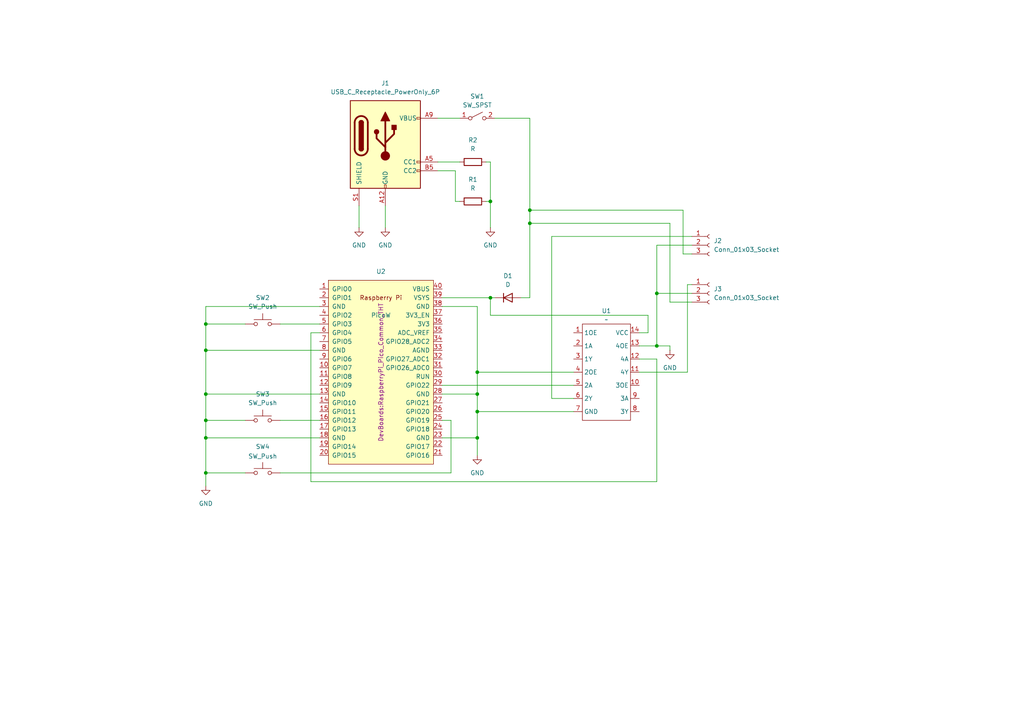
<source format=kicad_sch>
(kicad_sch (version 20250114) (generator "eeschema") (generator_version "9.0")
  (paper "A4")
  (lib_symbols
    (symbol "Connector:Conn_01x03_Socket" (pin_names (offset 1.016) (hide yes))
      (property "Reference" "J" (at 0 5.08 0))
      (property "Value" "Conn_01x03_Socket" (at 0 -5.08 0))
      (symbol "Conn_01x03_Socket_1_1"
        (polyline (pts (xy -1.27 2.54) (xy -0.508 2.54)) (stroke (width 0.1524)))
        (polyline (pts (xy -1.27 0) (xy -0.508 0)) (stroke (width 0.1524)))
        (polyline (pts (xy -1.27 -2.54) (xy -0.508 -2.54)) (stroke (width 0.1524)))
        (arc (start 0 2.032) (mid -0.5058 2.54) (end 0 3.048) (stroke (width 0.1524)))
        (arc (start 0 -0.508) (mid -0.5058 0) (end 0 0.508) (stroke (width 0.1524)))
        (arc (start 0 -3.048) (mid -0.5058 -2.54) (end 0 -2.032) (stroke (width 0.1524)))
        (pin passive line (at -5.08 2.54 0) (length 3.81) (name "Pin_1") (number "1"))
        (pin passive line (at -5.08 0 0) (length 3.81) (name "Pin_2") (number "2"))
        (pin passive line (at -5.08 -2.54 0) (length 3.81) (name "Pin_3") (number "3"))
      )
    )
    (symbol "Connector:USB_C_Receptacle_PowerOnly_6P" (pin_names (offset 1.016))
      (property "Reference" "J" (at 0 16.51 0))
      (property "Value" "USB_C_Receptacle_PowerOnly_6P" (at 0 13.97 0))
      (symbol "USB_C_Receptacle_PowerOnly_6P_0_0"
        (rectangle (start -0.254 -12.7) (end 0.254 -11.684))
        (rectangle (start 10.16 7.874) (end 9.144 7.366))
        (rectangle (start 10.16 -4.826) (end 9.144 -5.334))
        (rectangle (start 10.16 -7.366) (end 9.144 -7.874))
      )
      (symbol "USB_C_Receptacle_PowerOnly_6P_0_1"
        (rectangle (start -10.16 12.7) (end 10.16 -12.7) (stroke (width 0.254)) (fill (type background)))
        (polyline (pts (xy -8.89 -1.27) (xy -8.89 6.35)) (stroke (width 0.508)))
        (rectangle (start -7.62 -1.27) (end -6.35 6.35) (stroke (width 0.254)) (fill (type outline)))
        (arc (start -7.62 6.35) (mid -6.985 6.9823) (end -6.35 6.35) (stroke (width 0.254)))
        (arc (start -7.62 6.35) (mid -6.985 6.9823) (end -6.35 6.35) (stroke (width 0.254)) (fill (type outline)))
        (arc (start -8.89 6.35) (mid -6.985 8.2467) (end -5.08 6.35) (stroke (width 0.508)))
        (arc (start -5.08 -1.27) (mid -6.985 -3.1667) (end -8.89 -1.27) (stroke (width 0.508)))
        (arc (start -6.35 -1.27) (mid -6.985 -1.9023) (end -7.62 -1.27) (stroke (width 0.254)))
        (arc (start -6.35 -1.27) (mid -6.985 -1.9023) (end -7.62 -1.27) (stroke (width 0.254)) (fill (type outline)))
        (polyline (pts (xy -5.08 6.35) (xy -5.08 -1.27)) (stroke (width 0.508)))
        (circle (center -2.54 3.683) (radius 0.635) (stroke (width 0.254)) (fill (type outline)))
        (polyline (pts (xy -1.27 6.858) (xy 0 9.398) (xy 1.27 6.858) (xy -1.27 6.858)) (stroke (width 0.254)) (fill (type outline)))
        (polyline (pts (xy 0 0.508) (xy 2.54 3.048) (xy 2.54 4.318)) (stroke (width 0.508)))
        (polyline (pts (xy 0 -0.762) (xy -2.54 1.778) (xy -2.54 3.048)) (stroke (width 0.508)))
        (polyline (pts (xy 0 -3.302) (xy 0 6.858)) (stroke (width 0.508)))
        (circle (center 0 -3.302) (radius 1.27) (fill (type outline)))
        (rectangle (start 1.905 4.318) (end 3.175 5.588) (stroke (width 0.254)) (fill (type outline)))
      )
      (symbol "USB_C_Receptacle_PowerOnly_6P_1_1"
        (pin passive line (at -7.62 -17.78 90) (length 5.08) (name "SHIELD") (number "S1"))
        (pin passive line (at 0 -17.78 90) (length 5.08) (name "GND") (number "A12"))
        (pin passive line (at 0 -17.78 90) (length 5.08) (hide yes) (name "GND") (number "B12"))
        (pin passive line (at 15.24 7.62 180) (length 5.08) (name "VBUS") (number "A9"))
        (pin passive line (at 15.24 7.62 180) (length 5.08) (hide yes) (name "VBUS") (number "B9"))
        (pin bidirectional line (at 15.24 -5.08 180) (length 5.08) (name "CC1") (number "A5"))
        (pin bidirectional line (at 15.24 -7.62 180) (length 5.08) (name "CC2") (number "B5"))
      )
    )
    (symbol "Device:D" (pin_numbers (hide yes)) (pin_names (offset 1.016) (hide yes))
      (property "Reference" "D" (at 0 2.54 0))
      (property "Value" "D" (at 0 -2.54 0))
      (symbol "D_0_1"
        (polyline (pts (xy -1.27 1.27) (xy -1.27 -1.27)) (stroke (width 0.254)))
        (polyline (pts (xy 1.27 1.27) (xy 1.27 -1.27) (xy -1.27 0) (xy 1.27 1.27)) (stroke (width 0.254)))
        (polyline (pts (xy 1.27 0) (xy -1.27 0)))
      )
      (symbol "D_1_1"
        (pin passive line (at -3.81 0 0) (length 2.54) (name "K") (number "1"))
        (pin passive line (at 3.81 0 180) (length 2.54) (name "A") (number "2"))
      )
    )
    (symbol "Device:R" (pin_numbers (hide yes)) (pin_names (offset 0))
      (property "Reference" "R" (at 2.032 0 90))
      (property "Value" "R" (at 0 0 90))
      (symbol "R_0_1"
        (rectangle (start -1.016 -2.54) (end 1.016 2.54) (stroke (width 0.254)))
      )
      (symbol "R_1_1"
        (pin passive line (at 0 3.81 270) (length 1.27) (name "~") (number "1"))
        (pin passive line (at 0 -3.81 90) (length 1.27) (name "~") (number "2"))
      )
    )
    (symbol "RPi_Pico:PicoW" (pin_names (offset 1.016))
      (property "Reference" "U2" (at 0 29.21 0))
      (property "Value" "PicoW" (at 0 16.51 0))
      (symbol "PicoW_0_0"
        (text "Raspberry Pi" (at 0 21.59 0) (effects (font (size 1.27 1.27))))
      )
      (symbol "PicoW_0_1"
        (rectangle (start -15.24 26.67) (end 15.24 -26.67) (fill (type background)))
      )
      (symbol "PicoW_1_1"
        (pin bidirectional line (at -17.78 24.13 0) (length 2.54) (name "GPIO0") (number "1"))
        (pin bidirectional line (at -17.78 21.59 0) (length 2.54) (name "GPIO1") (number "2"))
        (pin power_in line (at -17.78 19.05 0) (length 2.54) (name "GND") (number "3"))
        (pin bidirectional line (at -17.78 16.51 0) (length 2.54) (name "GPIO2") (number "4"))
        (pin bidirectional line (at -17.78 13.97 0) (length 2.54) (name "GPIO3") (number "5"))
        (pin bidirectional line (at -17.78 11.43 0) (length 2.54) (name "GPIO4") (number "6"))
        (pin bidirectional line (at -17.78 8.89 0) (length 2.54) (name "GPIO5") (number "7"))
        (pin power_in line (at -17.78 6.35 0) (length 2.54) (name "GND") (number "8"))
        (pin bidirectional line (at -17.78 3.81 0) (length 2.54) (name "GPIO6") (number "9"))
        (pin bidirectional line (at -17.78 1.27 0) (length 2.54) (name "GPIO7") (number "10"))
        (pin bidirectional line (at -17.78 -1.27 0) (length 2.54) (name "GPIO8") (number "11"))
        (pin bidirectional line (at -17.78 -3.81 0) (length 2.54) (name "GPIO9") (number "12"))
        (pin power_in line (at -17.78 -6.35 0) (length 2.54) (name "GND") (number "13"))
        (pin bidirectional line (at -17.78 -8.89 0) (length 2.54) (name "GPIO10") (number "14"))
        (pin bidirectional line (at -17.78 -11.43 0) (length 2.54) (name "GPIO11") (number "15"))
        (pin bidirectional line (at -17.78 -13.97 0) (length 2.54) (name "GPIO12") (number "16"))
        (pin bidirectional line (at -17.78 -16.51 0) (length 2.54) (name "GPIO13") (number "17"))
        (pin power_in line (at -17.78 -19.05 0) (length 2.54) (name "GND") (number "18"))
        (pin bidirectional line (at -17.78 -21.59 0) (length 2.54) (name "GPIO14") (number "19"))
        (pin bidirectional line (at -17.78 -24.13 0) (length 2.54) (name "GPIO15") (number "20"))
        (pin unspecified line (at 17.78 24.13 180) (length 2.54) (name "VBUS") (number "40"))
        (pin unspecified line (at 17.78 21.59 180) (length 2.54) (name "VSYS") (number "39"))
        (pin bidirectional line (at 17.78 19.05 180) (length 2.54) (name "GND") (number "38"))
        (pin input line (at 17.78 16.51 180) (length 2.54) (name "3V3_EN") (number "37"))
        (pin unspecified line (at 17.78 13.97 180) (length 2.54) (name "3V3") (number "36"))
        (pin unspecified line (at 17.78 11.43 180) (length 2.54) (name "ADC_VREF") (number "35"))
        (pin bidirectional line (at 17.78 8.89 180) (length 2.54) (name "GPIO28_ADC2") (number "34"))
        (pin power_in line (at 17.78 6.35 180) (length 2.54) (name "AGND") (number "33"))
        (pin bidirectional line (at 17.78 3.81 180) (length 2.54) (name "GPIO27_ADC1") (number "32"))
        (pin bidirectional line (at 17.78 1.27 180) (length 2.54) (name "GPIO26_ADC0") (number "31"))
        (pin input line (at 17.78 -1.27 180) (length 2.54) (name "RUN") (number "30"))
        (pin bidirectional line (at 17.78 -3.81 180) (length 2.54) (name "GPIO22") (number "29"))
        (pin power_in line (at 17.78 -6.35 180) (length 2.54) (name "GND") (number "28"))
        (pin bidirectional line (at 17.78 -8.89 180) (length 2.54) (name "GPIO21") (number "27"))
        (pin bidirectional line (at 17.78 -11.43 180) (length 2.54) (name "GPIO20") (number "26"))
        (pin bidirectional line (at 17.78 -13.97 180) (length 2.54) (name "GPIO19") (number "25"))
        (pin bidirectional line (at 17.78 -16.51 180) (length 2.54) (name "GPIO18") (number "24"))
        (pin power_in line (at 17.78 -19.05 180) (length 2.54) (name "GND") (number "23"))
        (pin bidirectional line (at 17.78 -21.59 180) (length 2.54) (name "GPIO17") (number "22"))
        (pin bidirectional line (at 17.78 -24.13 180) (length 2.54) (name "GPIO16") (number "21"))
      )
    )
    (symbol "Switch:SW_Push" (pin_numbers (hide yes)) (pin_names (offset 1.016) (hide yes))
      (property "Reference" "SW" (at 1.27 2.54 0))
      (property "Value" "SW_Push" (at 0 -1.524 0))
      (symbol "SW_Push_0_1"
        (circle (center -2.032 0) (radius 0.508))
        (polyline (pts (xy 0 1.27) (xy 0 3.048)))
        (circle (center 2.032 0) (radius 0.508))
        (polyline (pts (xy 2.54 1.27) (xy -2.54 1.27)))
        (pin passive line (at -5.08 0 0) (length 2.54) (name "1") (number "1"))
        (pin passive line (at 5.08 0 180) (length 2.54) (name "2") (number "2"))
      )
    )
    (symbol "Switch:SW_SPST" (pin_names (offset 0) (hide yes))
      (property "Reference" "SW" (at 0 3.175 0))
      (property "Value" "SW_SPST" (at 0 -2.54 0))
      (symbol "SW_SPST_0_0"
        (circle (center -2.032 0) (radius 0.508))
        (polyline (pts (xy -1.524 0.254) (xy 1.524 1.778)))
        (circle (center 2.032 0) (radius 0.508))
      )
      (symbol "SW_SPST_1_1"
        (pin passive line (at -5.08 0 0) (length 2.54) (name "A") (number "1"))
        (pin passive line (at 5.08 0 180) (length 2.54) (name "B") (number "2"))
      )
    )
    (symbol "custom_library:SN74AHCT125N"
      (property "Reference" "U" (at 0 0 0))
      (symbol "SN74AHCT125N_0_1"
        (rectangle (start 1.27 -1.27) (end 15.24 -29.21))
      )
      (symbol "SN74AHCT125N_1_1"
        (pin input line (at -1.27 -3.81 0) (length 2.54) (name "1OE") (number "1"))
        (pin input line (at -1.27 -7.62 0) (length 2.54) (name "1A") (number "2"))
        (pin output line (at -1.27 -11.43 0) (length 2.54) (name "1Y") (number "3"))
        (pin input line (at -1.27 -15.24 0) (length 2.54) (name "2OE") (number "4"))
        (pin input line (at -1.27 -19.05 0) (length 2.54) (name "2A") (number "5"))
        (pin output line (at -1.27 -22.86 0) (length 2.54) (name "2Y") (number "6"))
        (pin output line (at -1.27 -26.67 0) (length 2.54) (name "GND") (number "7"))
        (pin power_in line (at 17.78 -3.81 180) (length 2.54) (name "VCC") (number "14"))
        (pin input line (at 17.78 -7.62 180) (length 2.54) (name "4OE") (number "13"))
        (pin input line (at 17.78 -11.43 180) (length 2.54) (name "4A") (number "12"))
        (pin output line (at 17.78 -15.24 180) (length 2.54) (name "4Y") (number "11"))
        (pin input line (at 17.78 -19.05 180) (length 2.54) (name "3OE") (number "10"))
        (pin input line (at 17.78 -22.86 180) (length 2.54) (name "3A") (number "9"))
        (pin output line (at 17.78 -26.67 180) (length 2.54) (name "3Y") (number "8"))
      )
    )
    (symbol "power:GND" (power) (pin_numbers (hide yes)) (pin_names (offset 0) (hide yes))
      (property "Value" "GND" (at 0 -3.81 0))
      (symbol "GND_0_1"
        (polyline (pts (xy 0 0) (xy 0 -1.27) (xy 1.27 -1.27) (xy 0 -2.54) (xy -1.27 -1.27) (xy 0 -1.27)))
      )
      (symbol "GND_1_1"
        (pin power_in line (at 0 0 270) (length 0) (name "~") (number "1"))
      )
    )
  )
  (junction (at 138.43 119.38))
  (junction (at 153.67 64.77))
  (junction (at 59.69 121.92))
  (junction (at 59.69 101.6))
  (junction (at 138.43 107.95))
  (junction (at 138.43 114.3))
  (junction (at 138.43 127))
  (junction (at 142.24 58.42))
  (junction (at 59.69 114.3))
  (junction (at 59.69 93.98))
  (junction (at 153.67 60.96))
  (junction (at 190.5 100.33))
  (junction (at 142.24 86.36))
  (junction (at 59.69 127))
  (junction (at 190.5 85.09))
  (junction (at 59.69 137.16))
  (wire (pts (xy 132.08 49.53) (xy 127 49.53)))
  (wire (pts (xy 92.71 121.92) (xy 81.28 121.92)))
  (wire (pts (xy 142.24 86.36) (xy 143.51 86.36)))
  (wire (pts (xy 59.69 137.16) (xy 71.12 137.16)))
  (wire (pts (xy 111.76 59.69) (xy 111.76 66.04)))
  (wire (pts (xy 194.31 87.63) (xy 194.31 64.77)))
  (wire (pts (xy 127 34.29) (xy 133.35 34.29)))
  (wire (pts (xy 160.02 115.57) (xy 166.37 115.57)))
  (wire (pts (xy 140.97 46.99) (xy 142.24 46.99)))
  (wire (pts (xy 200.66 71.12) (xy 190.5 71.12)))
  (wire (pts (xy 138.43 119.38) (xy 166.37 119.38)))
  (wire (pts (xy 190.5 85.09) (xy 200.66 85.09)))
  (wire (pts (xy 185.42 107.95) (xy 199.39 107.95)))
  (wire (pts (xy 59.69 101.6) (xy 92.71 101.6)))
  (wire (pts (xy 200.66 73.66) (xy 198.12 73.66)))
  (wire (pts (xy 59.69 127) (xy 59.69 137.16)))
  (wire (pts (xy 142.24 91.44) (xy 187.96 91.44)))
  (wire (pts (xy 59.69 121.92) (xy 59.69 127)))
  (wire (pts (xy 59.69 137.16) (xy 59.69 140.97)))
  (wire (pts (xy 142.24 66.04) (xy 142.24 58.42)))
  (wire (pts (xy 190.5 100.33) (xy 194.31 100.33)))
  (wire (pts (xy 194.31 100.33) (xy 194.31 101.6)))
  (wire (pts (xy 190.5 139.7) (xy 90.17 139.7)))
  (wire (pts (xy 81.28 93.98) (xy 92.71 93.98)))
  (wire (pts (xy 153.67 64.77) (xy 153.67 86.36)))
  (wire (pts (xy 92.71 88.9) (xy 59.69 88.9)))
  (wire (pts (xy 59.69 88.9) (xy 59.69 93.98)))
  (wire (pts (xy 132.08 58.42) (xy 132.08 49.53)))
  (wire (pts (xy 185.42 100.33) (xy 190.5 100.33)))
  (wire (pts (xy 59.69 114.3) (xy 92.71 114.3)))
  (wire (pts (xy 138.43 107.95) (xy 166.37 107.95)))
  (wire (pts (xy 190.5 104.14) (xy 190.5 139.7)))
  (wire (pts (xy 142.24 58.42) (xy 140.97 58.42)))
  (wire (pts (xy 128.27 86.36) (xy 142.24 86.36)))
  (wire (pts (xy 160.02 68.58) (xy 160.02 115.57)))
  (wire (pts (xy 132.08 58.42) (xy 133.35 58.42)))
  (wire (pts (xy 198.12 73.66) (xy 198.12 60.96)))
  (wire (pts (xy 190.5 71.12) (xy 190.5 85.09)))
  (wire (pts (xy 81.28 137.16) (xy 130.81 137.16)))
  (wire (pts (xy 138.43 88.9) (xy 128.27 88.9)))
  (wire (pts (xy 128.27 121.92) (xy 130.81 121.92)))
  (wire (pts (xy 153.67 34.29) (xy 153.67 60.96)))
  (wire (pts (xy 59.69 121.92) (xy 71.12 121.92)))
  (wire (pts (xy 128.27 111.76) (xy 166.37 111.76)))
  (wire (pts (xy 143.51 34.29) (xy 153.67 34.29)))
  (wire (pts (xy 59.69 127) (xy 92.71 127)))
  (wire (pts (xy 138.43 107.95) (xy 138.43 114.3)))
  (wire (pts (xy 59.69 114.3) (xy 59.69 121.92)))
  (wire (pts (xy 200.66 87.63) (xy 194.31 87.63)))
  (wire (pts (xy 59.69 101.6) (xy 59.69 114.3)))
  (wire (pts (xy 90.17 139.7) (xy 90.17 96.52)))
  (wire (pts (xy 160.02 68.58) (xy 200.66 68.58)))
  (wire (pts (xy 190.5 85.09) (xy 190.5 100.33)))
  (wire (pts (xy 185.42 104.14) (xy 190.5 104.14)))
  (wire (pts (xy 90.17 96.52) (xy 92.71 96.52)))
  (wire (pts (xy 153.67 64.77) (xy 194.31 64.77)))
  (wire (pts (xy 138.43 114.3) (xy 128.27 114.3)))
  (wire (pts (xy 153.67 60.96) (xy 198.12 60.96)))
  (wire (pts (xy 138.43 107.95) (xy 138.43 88.9)))
  (wire (pts (xy 127 46.99) (xy 133.35 46.99)))
  (wire (pts (xy 142.24 46.99) (xy 142.24 58.42)))
  (wire (pts (xy 199.39 107.95) (xy 199.39 82.55)))
  (wire (pts (xy 199.39 82.55) (xy 200.66 82.55)))
  (wire (pts (xy 71.12 93.98) (xy 59.69 93.98)))
  (wire (pts (xy 104.14 66.04) (xy 104.14 59.69)))
  (wire (pts (xy 153.67 60.96) (xy 153.67 64.77)))
  (wire (pts (xy 138.43 119.38) (xy 138.43 114.3)))
  (wire (pts (xy 130.81 121.92) (xy 130.81 137.16)))
  (wire (pts (xy 187.96 91.44) (xy 187.96 96.52)))
  (wire (pts (xy 142.24 91.44) (xy 142.24 86.36)))
  (wire (pts (xy 151.13 86.36) (xy 153.67 86.36)))
  (wire (pts (xy 59.69 93.98) (xy 59.69 101.6)))
  (wire (pts (xy 138.43 132.08) (xy 138.43 127)))
  (wire (pts (xy 187.96 96.52) (xy 185.42 96.52)))
  (wire (pts (xy 138.43 127) (xy 128.27 127)))
  (wire (pts (xy 138.43 119.38) (xy 138.43 127)))
  (symbol (lib_id "RPi_Pico:PicoW") (at 110.49 107.95 0) (unit 1)
    (property "Reference" "U2" (at 110.49 78.74 0))
    (property "Value" "PicoW" (at 110.49 91.44 0))
    (property "Footprint" "DevBoards:RaspberryPi_Pico_Common_THT" (at 110.49 107.95 90))
  )
  (symbol (lib_id "Device:R") (at 137.16 58.42 270) (unit 1)
    (property "Reference" "R1" (at 137.16 52.07 90))
    (property "Value" "R" (at 137.16 54.61 90))
    (property "Footprint" "Resistor_THT:R_Axial_DIN0207_L6.3mm_D2.5mm_P10.16mm_Horizontal" (effects (hide yes)))
    (property "Description" "Resistor" (effects (hide yes)))
  )
  (symbol (lib_id "Device:R") (at 137.16 46.99 270) (unit 1)
    (property "Reference" "R2" (at 137.16 40.64 90))
    (property "Value" "R" (at 137.16 43.18 90))
    (property "Footprint" "Resistor_THT:R_Axial_DIN0207_L6.3mm_D2.5mm_P10.16mm_Horizontal" (effects (hide yes)))
    (property "Description" "Resistor" (effects (hide yes)))
  )
  (symbol (lib_id "power:GND") (at 194.31 101.6 0) (unit 1)
    (property "Reference" "#PWR08" (effects (hide yes)))
    (property "Value" "GND" (at 194.31 106.68 0))
    (property "Description" "Power symbol creates a global label with name \"GND\" , ground" (effects (hide yes)))
  )
  (symbol (lib_id "Switch:SW_Push") (at 76.2 137.16 0) (unit 1)
    (property "Reference" "SW4" (at 76.2 129.54 0))
    (property "Value" "SW_Push" (at 76.2 132.334 0))
    (property "Footprint" "PushButtons:SW_PUSH_6mm" (effects (hide yes)))
    (property "Description" "Push button switch, generic, two pins" (effects (hide yes)))
  )
  (symbol (lib_id "Connector:USB_C_Receptacle_PowerOnly_6P") (at 111.76 41.91 0) (unit 1)
    (property "Reference" "J1" (at 111.76 24.13 0))
    (property "Value" "USB_C_Receptacle_PowerOnly_6P" (at 111.76 26.67 0))
    (property "Footprint" "CustomConnectors:USB_C_Receptacle_GCT_USB4125-xx-x-0190_6P_TopMnt_Horizontal_Amazon" (effects (hide yes)))
    (property "Datasheet" "https://www.usb.org/sites/default/files/documents/usb_type-c.zip" (effects (hide yes)))
    (property "Description" "USB Power-Only 6P Type-C Receptacle connector" (effects (hide yes)))
  )
  (symbol (lib_id "Connector:Conn_01x03_Socket") (at 205.74 71.12 0) (unit 1)
    (property "Reference" "J2" (at 207.01 69.8499 0) (effects (justify left)))
    (property "Value" "Conn_01x03_Socket" (at 207.01 72.3899 0) (effects (justify left)))
    (property "Footprint" "CustomConnectors:JST_XH_S3B-XH-A_1x03_P2.50mm_Horizontal" (effects (hide yes)))
    (property "Description" "Generic connector, single row, 01x03, script generated" (effects (hide yes)))
  )
  (symbol (lib_id "power:GND") (at 104.14 66.04 0) (unit 1)
    (property "Reference" "#PWR06" (effects (hide yes)))
    (property "Value" "GND" (at 104.14 71.12 0))
    (property "Description" "Power symbol creates a global label with name \"GND\" , ground" (effects (hide yes)))
  )
  (symbol (lib_id "power:GND") (at 138.43 132.08 0) (unit 1)
    (property "Reference" "#PWR07" (effects (hide yes)))
    (property "Value" "GND" (at 138.43 137.16 0))
    (property "Description" "Power symbol creates a global label with name \"GND\" , ground" (effects (hide yes)))
  )
  (symbol (lib_id "power:GND") (at 142.24 66.04 0) (unit 1)
    (property "Reference" "#PWR05" (effects (hide yes)))
    (property "Value" "GND" (at 142.24 71.12 0))
    (property "Description" "Power symbol creates a global label with name \"GND\" , ground" (effects (hide yes)))
  )
  (symbol (lib_id "custom_library:SN74AHCT125N") (at 167.64 92.71 0) (unit 1)
    (property "Reference" "U1" (at 175.895 90.17 0))
    (property "Value" "~" (at 175.895 92.71 0))
    (property "Footprint" "Package_DIP:DIP-14_W7.62mm" (effects (hide yes)))
  )
  (symbol (lib_id "Switch:SW_SPST") (at 138.43 34.29 0) (unit 1)
    (property "Reference" "SW1" (at 138.43 27.94 0))
    (property "Value" "SW_SPST" (at 138.43 30.48 0))
    (property "Footprint" "CustomSwitches:SPST_Amazon" (effects (hide yes)))
    (property "Description" "Single Pole Single Throw (SPST) switch" (effects (hide yes)))
  )
  (symbol (lib_id "power:GND") (at 111.76 66.04 0) (unit 1)
    (property "Reference" "#PWR04" (effects (hide yes)))
    (property "Value" "GND" (at 111.76 71.12 0))
    (property "Description" "Power symbol creates a global label with name \"GND\" , ground" (effects (hide yes)))
  )
  (symbol (lib_id "Switch:SW_Push") (at 76.2 93.98 0) (unit 1)
    (property "Reference" "SW2" (at 76.2 86.36 0))
    (property "Value" "SW_Push" (at 76.2 88.9 0))
    (property "Footprint" "PushButtons:SW_PUSH_6mm" (effects (hide yes)))
    (property "Description" "Push button switch, generic, two pins" (effects (hide yes)))
  )
  (symbol (lib_id "power:GND") (at 59.69 140.97 0) (unit 1)
    (property "Reference" "#PWR01" (effects (hide yes)))
    (property "Value" "GND" (at 59.69 146.05 0))
    (property "Description" "Power symbol creates a global label with name \"GND\" , ground" (effects (hide yes)))
  )
  (symbol (lib_id "Connector:Conn_01x03_Socket") (at 205.74 85.09 0) (unit 1)
    (property "Reference" "J3" (at 207.01 83.8199 0) (effects (justify left)))
    (property "Value" "Conn_01x03_Socket" (at 207.01 86.3599 0) (effects (justify left)))
    (property "Footprint" "CustomConnectors:JST_XH_S3B-XH-A_1x03_P2.50mm_Horizontal" (effects (hide yes)))
    (property "Description" "Generic connector, single row, 01x03, script generated" (effects (hide yes)))
  )
  (symbol (lib_id "Device:D") (at 147.32 86.36 0) (unit 1)
    (property "Reference" "D1" (at 147.32 80.01 0))
    (property "Value" "D" (at 147.32 82.55 0))
    (property "Footprint" "Diode_THT:D_A-405_P7.62mm_Horizontal" (effects (hide yes)))
    (property "Description" "Diode" (effects (hide yes)))
    (property "Sim.Device" "D" (effects (hide yes)))
    (property "Sim.Pins" "1=K 2=A" (effects (hide yes)))
  )
  (symbol (lib_id "Switch:SW_Push") (at 76.2 121.92 0) (unit 1)
    (property "Reference" "SW3" (at 76.2 114.3 0))
    (property "Value" "SW_Push" (at 76.2 116.84 0))
    (property "Footprint" "PushButtons:SW_PUSH_6mm" (effects (hide yes)))
    (property "Description" "Push button switch, generic, two pins" (effects (hide yes)))
  )
)
</source>
